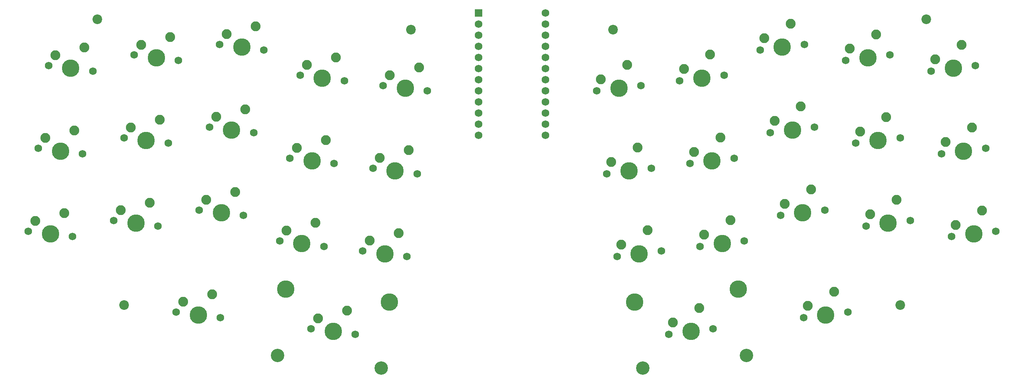
<source format=gbr>
G04 #@! TF.GenerationSoftware,KiCad,Pcbnew,(5.1.9)-1*
G04 #@! TF.CreationDate,2021-09-30T23:41:13-07:00*
G04 #@! TF.ProjectId,Claudia,436c6175-6469-4612-9e6b-696361645f70,rev?*
G04 #@! TF.SameCoordinates,Original*
G04 #@! TF.FileFunction,Soldermask,Bot*
G04 #@! TF.FilePolarity,Negative*
%FSLAX46Y46*%
G04 Gerber Fmt 4.6, Leading zero omitted, Abs format (unit mm)*
G04 Created by KiCad (PCBNEW (5.1.9)-1) date 2021-09-30 23:41:13*
%MOMM*%
%LPD*%
G01*
G04 APERTURE LIST*
%ADD10C,2.200000*%
%ADD11C,1.752600*%
%ADD12R,1.752600X1.752600*%
%ADD13C,2.250000*%
%ADD14C,3.987800*%
%ADD15C,1.750000*%
%ADD16C,3.048000*%
G04 APERTURE END LIST*
D10*
X43547200Y-39250000D03*
X226499534Y-104500000D03*
X49630466Y-104500000D03*
X115000000Y-41630600D03*
X161047200Y-41630600D03*
X232500000Y-39250000D03*
D11*
X145643600Y-37820600D03*
X130403600Y-65760600D03*
X145643600Y-40360600D03*
X145643600Y-42900600D03*
X145643600Y-45440600D03*
X145643600Y-47980600D03*
X145643600Y-50520600D03*
X145643600Y-53060600D03*
X145643600Y-55600600D03*
X145643600Y-58140600D03*
X145643600Y-60680600D03*
X145643600Y-63220600D03*
X145643600Y-65760600D03*
X130403600Y-63220600D03*
X130403600Y-60680600D03*
X130403600Y-58140600D03*
X130403600Y-55600600D03*
X130403600Y-53060600D03*
X130403600Y-50520600D03*
X130403600Y-47980600D03*
X130403600Y-45440600D03*
X130403600Y-42900600D03*
X130403600Y-40360600D03*
D12*
X130403600Y-37820600D03*
D13*
X100439551Y-105819087D03*
D14*
X97299388Y-110551673D03*
D13*
X93827335Y-107566284D03*
D15*
X92257254Y-109932577D03*
X102341522Y-111170769D03*
D16*
X84630628Y-116033601D03*
X108265633Y-118935615D03*
D14*
X86487917Y-100907198D03*
X110122922Y-103809211D03*
D13*
X116858386Y-50255880D03*
D14*
X113718223Y-54988466D03*
D13*
X110246170Y-52003077D03*
D15*
X108676089Y-54369370D03*
X118760357Y-55607562D03*
D13*
X164313748Y-49636783D03*
D14*
X162411777Y-54988466D03*
D13*
X158320628Y-52931721D03*
D15*
X157369643Y-55607562D03*
X167453911Y-54369370D03*
D13*
X245169389Y-82893349D03*
D14*
X243267418Y-88245032D03*
D13*
X239176269Y-86188287D03*
D15*
X238225284Y-88864128D03*
X248309552Y-87625936D03*
D13*
X242847778Y-63985344D03*
D14*
X240945807Y-69337027D03*
D13*
X236854658Y-67280282D03*
D15*
X235903673Y-69956123D03*
X245987941Y-68717931D03*
D13*
X240526167Y-45077340D03*
D14*
X238624196Y-50429023D03*
D13*
X234533047Y-48372278D03*
D15*
X233582062Y-51048119D03*
X243666330Y-49809927D03*
D13*
X225680982Y-80487959D03*
D14*
X223779011Y-85839642D03*
D13*
X219687862Y-83782897D03*
D15*
X218736877Y-86458738D03*
X228821145Y-85220546D03*
D13*
X223359371Y-61579954D03*
D14*
X221457400Y-66931637D03*
D13*
X217366251Y-64874892D03*
D15*
X216415266Y-67550733D03*
X226499534Y-66312541D03*
D13*
X221037760Y-42671950D03*
D14*
X219135789Y-48023633D03*
D13*
X215044640Y-45966888D03*
D15*
X214093655Y-48642729D03*
X224177923Y-47404537D03*
D13*
X206192575Y-78082569D03*
D14*
X204290604Y-83434252D03*
D13*
X200199455Y-81377507D03*
D15*
X199248470Y-84053348D03*
X209332738Y-82815156D03*
D13*
X203870964Y-59174564D03*
D14*
X201968993Y-64526247D03*
D13*
X197877844Y-62469502D03*
D15*
X196926859Y-65145343D03*
X207011127Y-63907151D03*
D13*
X201549353Y-40266560D03*
D14*
X199647382Y-45618243D03*
D13*
X195556233Y-43561498D03*
D15*
X194605248Y-46237339D03*
X204689516Y-44999147D03*
D13*
X211457842Y-101427403D03*
D14*
X209555871Y-106779086D03*
D13*
X205464722Y-104722341D03*
D15*
X204513737Y-107398182D03*
X214598005Y-106159990D03*
D13*
X187864974Y-85131181D03*
D14*
X185963003Y-90482864D03*
D13*
X181871854Y-88426119D03*
D15*
X180920869Y-91101960D03*
X191005137Y-89863768D03*
D13*
X185543363Y-66223176D03*
D14*
X183641392Y-71574859D03*
D13*
X179550243Y-69518114D03*
D15*
X178599258Y-72193955D03*
X188683526Y-70955763D03*
D13*
X183221752Y-47315172D03*
D14*
X181319781Y-52666855D03*
D13*
X177228632Y-50610110D03*
D15*
X176277647Y-53285951D03*
X186361915Y-52047759D03*
D13*
X168956969Y-87452792D03*
D14*
X167054998Y-92804475D03*
D13*
X162963849Y-90747730D03*
D15*
X162012864Y-93423571D03*
X172097132Y-92185379D03*
D13*
X166635359Y-68544787D03*
D14*
X164733388Y-73896470D03*
D13*
X160642239Y-71839725D03*
D15*
X159691254Y-74515566D03*
X169775522Y-73277374D03*
D13*
X112215165Y-88071889D03*
D14*
X109075002Y-92804475D03*
D13*
X105602949Y-89819086D03*
D15*
X104032868Y-92185379D03*
X114117136Y-93423571D03*
D13*
X114536775Y-69163884D03*
D14*
X111396612Y-73896470D03*
D13*
X107924559Y-70911081D03*
D15*
X106354478Y-73277374D03*
X116438746Y-74515566D03*
D13*
X69714292Y-102046500D03*
D14*
X66574129Y-106779086D03*
D13*
X63102076Y-103793697D03*
D15*
X61531995Y-106159990D03*
X71616263Y-107398182D03*
D13*
X93307160Y-85750278D03*
D14*
X90166997Y-90482864D03*
D13*
X86694944Y-87497475D03*
D15*
X85124863Y-89863768D03*
X95209131Y-91101960D03*
D13*
X95628771Y-66842273D03*
D14*
X92488608Y-71574859D03*
D13*
X89016555Y-68589470D03*
D15*
X87446474Y-70955763D03*
X97530742Y-72193955D03*
D13*
X97950382Y-47934269D03*
D14*
X94810219Y-52666855D03*
D13*
X91338166Y-49681466D03*
D15*
X89768085Y-52047759D03*
X99852353Y-53285951D03*
D13*
X74979559Y-78701666D03*
D14*
X71839396Y-83434252D03*
D13*
X68367343Y-80448863D03*
D15*
X66797262Y-82815156D03*
X76881530Y-84053348D03*
D13*
X77301170Y-59793661D03*
D14*
X74161007Y-64526247D03*
D13*
X70688954Y-61540858D03*
D15*
X69118873Y-63907151D03*
X79203141Y-65145343D03*
D13*
X79622781Y-40885657D03*
D14*
X76482618Y-45618243D03*
D13*
X73010565Y-42632854D03*
D15*
X71440484Y-44999147D03*
X81524752Y-46237339D03*
D13*
X55491152Y-81107056D03*
D14*
X52350989Y-85839642D03*
D13*
X48878936Y-82854253D03*
D15*
X47308855Y-85220546D03*
X57393123Y-86458738D03*
D13*
X57812763Y-62199051D03*
D14*
X54672600Y-66931637D03*
D13*
X51200547Y-63946248D03*
D15*
X49630466Y-66312541D03*
X59714734Y-67550733D03*
D13*
X60134374Y-43291047D03*
D14*
X56994211Y-48023633D03*
D13*
X53522158Y-45038244D03*
D15*
X51952077Y-47404537D03*
X62036345Y-48642729D03*
D13*
X36002745Y-83512446D03*
D14*
X32862582Y-88245032D03*
D13*
X29390529Y-85259643D03*
D15*
X27820448Y-87625936D03*
X37904716Y-88864128D03*
D13*
X38324356Y-64604441D03*
D14*
X35184193Y-69337027D03*
D13*
X31712140Y-66351638D03*
D15*
X30142059Y-68717931D03*
X40226327Y-69956123D03*
D13*
X40645967Y-45696437D03*
D14*
X37505804Y-50429023D03*
D13*
X34033751Y-47443634D03*
D15*
X32463670Y-49809927D03*
X42547938Y-51048119D03*
D13*
X180732583Y-105199990D03*
D14*
X178830612Y-110551673D03*
D13*
X174739463Y-108494928D03*
D15*
X173788478Y-111170769D03*
X183872746Y-109932577D03*
D16*
X167864367Y-118935615D03*
X191499372Y-116033601D03*
D14*
X166007078Y-103809211D03*
X189642083Y-100907198D03*
M02*

</source>
